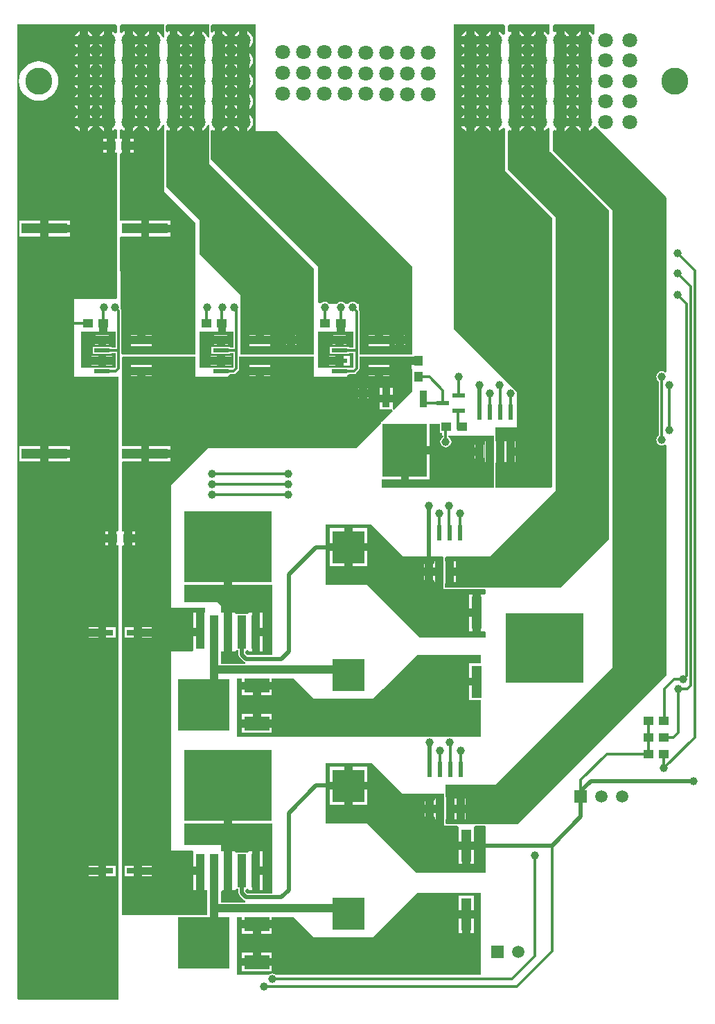
<source format=gtl>
G04 Layer_Physical_Order=1*
G04 Layer_Color=255*
%FSLAX44Y44*%
%MOMM*%
G71*
G01*
G75*
%ADD10R,1.1400X1.2000*%
%ADD11O,1.9500X0.5500*%
%ADD12R,1.9500X0.5500*%
%ADD13R,0.9500X2.1000*%
%ADD14R,5.5000X6.5000*%
%ADD15R,1.3000X3.9000*%
%ADD16R,2.7000X0.7000*%
%ADD17R,5.6000X1.3000*%
%ADD18R,1.2000X1.1400*%
%ADD19R,6.3000X6.3000*%
%ADD20R,3.1000X1.7000*%
%ADD21O,0.5500X1.9500*%
%ADD22R,0.5500X1.9500*%
%ADD23R,4.0000X4.0000*%
%ADD24R,1.5000X0.6000*%
%ADD25R,1.1000X4.1000*%
%ADD26R,10.7000X8.7000*%
%ADD27C,1.5000*%
%ADD28C,1.0000*%
%ADD29C,0.5000*%
%ADD30C,0.3000*%
%ADD31R,9.5000X8.5000*%
%ADD32R,17.5000X2.7000*%
%ADD33C,1.8000*%
%ADD34C,3.3000*%
%ADD35R,1.5000X1.5000*%
%ADD36C,1.5000*%
%ADD37C,2.0000*%
%ADD38C,1.0000*%
G36*
X223000Y1190000D02*
Y1174435D01*
X221041Y1174133D01*
X219832Y1177052D01*
X217908Y1179559D01*
X215402Y1181482D01*
X214350Y1181918D01*
Y1171000D01*
X209350D01*
Y1166000D01*
X198432D01*
X198868Y1164948D01*
X200791Y1162442D01*
X203298Y1160518D01*
X205662Y1159539D01*
Y1157461D01*
X203298Y1156482D01*
X200791Y1154559D01*
X198868Y1152052D01*
X198432Y1151000D01*
X209350D01*
Y1141000D01*
X198432D01*
X198868Y1139948D01*
X200791Y1137442D01*
X203298Y1135518D01*
X205662Y1134539D01*
Y1132461D01*
X203298Y1131482D01*
X200791Y1129559D01*
X198868Y1127052D01*
X198432Y1126000D01*
X209350D01*
Y1116000D01*
X198432D01*
X198868Y1114948D01*
X200791Y1112442D01*
X203298Y1110518D01*
X205662Y1109539D01*
Y1107461D01*
X203298Y1106482D01*
X200791Y1104559D01*
X198868Y1102052D01*
X198432Y1101000D01*
X209350D01*
Y1091000D01*
X198432D01*
X198868Y1089948D01*
X200791Y1087442D01*
X203298Y1085518D01*
X205662Y1084539D01*
Y1082461D01*
X203298Y1081482D01*
X200791Y1079559D01*
X198868Y1077052D01*
X198432Y1076000D01*
X209350D01*
Y1071000D01*
X214350D01*
Y1060082D01*
X215402Y1060518D01*
X217908Y1062442D01*
X219832Y1064948D01*
X221041Y1067868D01*
X223000Y1067565D01*
Y1060000D01*
Y986000D01*
X261000Y948000D01*
X261000Y787000D01*
X209164Y787000D01*
X208864Y787300D01*
X182250D01*
Y787000D01*
X171728Y787000D01*
X170314Y788414D01*
Y841000D01*
X170062Y842268D01*
X169514Y843088D01*
X169576Y843238D01*
X169808Y845000D01*
X169576Y846762D01*
X169120Y847865D01*
X169064Y930085D01*
X170478Y931500D01*
X194500D01*
Y941000D01*
Y950500D01*
X169050D01*
X168995Y1031885D01*
X170408Y1033300D01*
X171500D01*
Y1042000D01*
Y1050700D01*
X168982D01*
X168974Y1061824D01*
X169487Y1061998D01*
X170974Y1062302D01*
X173298Y1060518D01*
X174350Y1060082D01*
Y1071000D01*
X179350D01*
Y1076000D01*
X190268D01*
X189832Y1077052D01*
X187908Y1079559D01*
X185402Y1081482D01*
X183038Y1082461D01*
Y1084539D01*
X185402Y1085518D01*
X187908Y1087442D01*
X189832Y1089948D01*
X190268Y1091000D01*
X179350D01*
Y1101000D01*
X190268D01*
X189832Y1102052D01*
X187908Y1104559D01*
X185402Y1106482D01*
X183038Y1107461D01*
Y1109539D01*
X185402Y1110518D01*
X187908Y1112442D01*
X189832Y1114948D01*
X190268Y1116000D01*
X179350D01*
Y1126000D01*
X190268D01*
X189832Y1127052D01*
X187908Y1129559D01*
X185402Y1131482D01*
X183038Y1132461D01*
Y1134539D01*
X185402Y1135518D01*
X187908Y1137442D01*
X189832Y1139948D01*
X190268Y1141000D01*
X179350D01*
Y1151000D01*
X190268D01*
X189832Y1152052D01*
X187908Y1154559D01*
X185402Y1156482D01*
X183038Y1157461D01*
Y1159539D01*
X185402Y1160518D01*
X187908Y1162442D01*
X189832Y1164948D01*
X190268Y1166000D01*
X179350D01*
Y1171000D01*
X174350D01*
Y1181918D01*
X173298Y1181482D01*
X170894Y1179637D01*
X170207Y1179751D01*
X168894Y1180196D01*
X168888Y1188586D01*
X170302Y1190000D01*
X223000Y1190000D01*
D02*
G37*
G36*
X559750Y703000D02*
Y691550D01*
X562000D01*
Y688000D01*
X563686D01*
Y686934D01*
X563596Y686896D01*
X562186Y685814D01*
X561104Y684404D01*
X560424Y682762D01*
X560192Y681000D01*
X560424Y679238D01*
X561104Y677596D01*
X562186Y676186D01*
X563596Y675104D01*
X565238Y674424D01*
X567000Y674192D01*
X568762Y674424D01*
X570404Y675104D01*
X571814Y676186D01*
X572896Y677596D01*
X573576Y679238D01*
X573808Y681000D01*
X573576Y682762D01*
X572896Y684404D01*
X571814Y685814D01*
X570404Y686896D01*
X570314Y686934D01*
Y688000D01*
X626000Y688000D01*
Y681750D01*
X626000Y681750D01*
X625700D01*
Y669000D01*
Y656250D01*
X626000D01*
Y625000D01*
X626000Y625000D01*
X489000Y625000D01*
Y635000D01*
X489000D01*
D01*
D01*
Y635000D01*
X512000D01*
Y670500D01*
X517000D01*
Y675500D01*
X547500D01*
Y703000D01*
X559750D01*
X559750D01*
D02*
G37*
G36*
X514000Y251000D02*
X565000Y251000D01*
Y247164D01*
X564700Y246864D01*
Y233000D01*
Y220250D01*
X565000D01*
Y212000D01*
X581293D01*
X582500Y210000D01*
Y193000D01*
X601500D01*
Y210000D01*
X601500Y210500D01*
X602707Y212000D01*
X614586D01*
X616000Y210586D01*
X616000Y155000D01*
X531000Y155000D01*
X471000Y215000D01*
X419750Y215000D01*
X419750Y289000D01*
X476000Y289000D01*
X514000Y251000D01*
D02*
G37*
G36*
X610000Y130000D02*
Y30898D01*
X609102Y30000D01*
X359572Y30000D01*
X358404Y30896D01*
X356762Y31576D01*
X355000Y31808D01*
X353238Y31576D01*
X351596Y30896D01*
X350428Y30000D01*
X312000D01*
Y101000D01*
X317500D01*
Y97000D01*
X354500D01*
Y101000D01*
X381000D01*
X406000Y76000D01*
X478000D01*
X490000Y88000D01*
X532000Y130000D01*
X610000Y130000D01*
D02*
G37*
G36*
X306000Y215000D02*
X355000D01*
Y129333D01*
X324795D01*
X322333Y131795D01*
Y133836D01*
X323748Y135250D01*
X325018Y135250D01*
X326500Y134000D01*
X326732Y134000D01*
X330000D01*
Y157500D01*
Y181000D01*
X326500D01*
X325018Y179750D01*
X324500Y179750D01*
X310982Y179750D01*
X309500Y181000D01*
X309268Y181000D01*
X306000D01*
Y157500D01*
Y134000D01*
X309500D01*
X310982Y135250D01*
X311500Y135250D01*
X313667D01*
Y130000D01*
X313997Y128342D01*
X314936Y126936D01*
X319936Y121936D01*
X321342Y120997D01*
X322288Y120808D01*
X322091Y118808D01*
X292000D01*
Y132207D01*
X294000Y134000D01*
X296000D01*
Y157500D01*
Y181000D01*
X294000D01*
X292500Y181000D01*
X292000Y182793D01*
Y188500D01*
X248414D01*
X247000Y189914D01*
Y215000D01*
X296000D01*
Y261500D01*
X306000D01*
Y215000D01*
D02*
G37*
G36*
X278000Y1190000D02*
Y1174435D01*
X276041Y1174133D01*
X274832Y1177052D01*
X272908Y1179559D01*
X270402Y1181482D01*
X269350Y1181918D01*
Y1171000D01*
X264350D01*
Y1166000D01*
X253432D01*
X253868Y1164948D01*
X255791Y1162442D01*
X258298Y1160518D01*
X260662Y1159539D01*
Y1157461D01*
X258298Y1156482D01*
X255791Y1154559D01*
X253868Y1152052D01*
X253432Y1151000D01*
X264350D01*
Y1141000D01*
X253432D01*
X253868Y1139948D01*
X255791Y1137442D01*
X258298Y1135518D01*
X260662Y1134539D01*
Y1132461D01*
X258298Y1131482D01*
X255791Y1129559D01*
X253868Y1127052D01*
X253432Y1126000D01*
X264350D01*
Y1116000D01*
X253432D01*
X253868Y1114948D01*
X255791Y1112442D01*
X258298Y1110518D01*
X260662Y1109539D01*
Y1107461D01*
X258298Y1106482D01*
X255791Y1104559D01*
X253868Y1102052D01*
X253432Y1101000D01*
X264350D01*
Y1091000D01*
X253432D01*
X253868Y1089948D01*
X255791Y1087442D01*
X258298Y1085518D01*
X260662Y1084539D01*
Y1082461D01*
X258298Y1081482D01*
X255791Y1079559D01*
X253868Y1077052D01*
X253432Y1076000D01*
X264350D01*
Y1071000D01*
X269350D01*
Y1060082D01*
X270402Y1060518D01*
X272908Y1062442D01*
X274832Y1064948D01*
X276041Y1067868D01*
X278000Y1067565D01*
Y1020000D01*
X406000Y892000D01*
X406000Y788414D01*
X404586Y787000D01*
X354164D01*
X353864Y787300D01*
X327250D01*
Y787000D01*
X316000D01*
X316000Y859750D01*
X266000Y909750D01*
X266000Y951000D01*
X225041Y991959D01*
X224994Y1060533D01*
X226994Y1061519D01*
X228298Y1060518D01*
X229350Y1060082D01*
Y1071000D01*
X234350D01*
Y1076000D01*
X245268D01*
X244832Y1077052D01*
X242908Y1079559D01*
X240402Y1081482D01*
X238038Y1082461D01*
Y1084539D01*
X240402Y1085518D01*
X242908Y1087442D01*
X244832Y1089948D01*
X245268Y1091000D01*
X234350D01*
Y1101000D01*
X245268D01*
X244832Y1102052D01*
X242908Y1104559D01*
X240402Y1106482D01*
X238038Y1107461D01*
Y1109539D01*
X240402Y1110518D01*
X242908Y1112442D01*
X244832Y1114948D01*
X245268Y1116000D01*
X234350D01*
Y1126000D01*
X245268D01*
X244832Y1127052D01*
X242908Y1129559D01*
X240402Y1131482D01*
X238038Y1132461D01*
Y1134539D01*
X240402Y1135518D01*
X242908Y1137442D01*
X244832Y1139948D01*
X245268Y1141000D01*
X234350D01*
Y1151000D01*
X245268D01*
X244832Y1152052D01*
X242908Y1154559D01*
X240402Y1156482D01*
X238038Y1157461D01*
Y1159539D01*
X240402Y1160518D01*
X242908Y1162442D01*
X244832Y1164948D01*
X245268Y1166000D01*
X234350D01*
Y1171000D01*
X229350D01*
Y1181918D01*
X228298Y1181482D01*
X226913Y1180419D01*
X224912Y1181405D01*
X224907Y1188585D01*
X226321Y1190000D01*
X278000Y1190000D01*
D02*
G37*
G36*
X153500Y815000D02*
X163686D01*
Y795614D01*
X158500D01*
Y796800D01*
X135500D01*
Y787800D01*
X158500D01*
Y788986D01*
X163686D01*
Y771373D01*
X163314Y771000D01*
X158500D01*
Y771400D01*
X135500D01*
Y771000D01*
X121000D01*
Y815000D01*
X143500D01*
Y825000D01*
X153500D01*
Y815000D01*
D02*
G37*
G36*
X515000Y541250D02*
X562586D01*
X564000Y539836D01*
Y534750D01*
X563700D01*
Y522000D01*
Y508136D01*
X564000Y507836D01*
Y501000D01*
X614586Y501000D01*
X616000Y499586D01*
Y495707D01*
X614000Y494500D01*
X610000D01*
Y472000D01*
Y449500D01*
X614000D01*
X614500Y449500D01*
X616000Y448293D01*
Y442000D01*
X535250Y442000D01*
X471000Y506250D01*
X419750Y506250D01*
X419750Y580250D01*
X476000Y580250D01*
X515000Y541250D01*
D02*
G37*
G36*
X610000Y421000D02*
Y410500D01*
X595500D01*
Y393000D01*
X605000D01*
Y383000D01*
X595500D01*
Y365500D01*
X610000D01*
Y321898D01*
X609102Y321000D01*
X312000Y321000D01*
Y392000D01*
X317500D01*
Y388000D01*
X354500D01*
Y392000D01*
X381000D01*
X406000Y367000D01*
X478000D01*
X490000Y379000D01*
X532000Y421000D01*
X610000Y421000D01*
D02*
G37*
G36*
X306000Y506000D02*
X355000D01*
Y420333D01*
X324795D01*
X322333Y422795D01*
Y424836D01*
X323748Y426250D01*
X325018Y426250D01*
X326500Y425000D01*
X326732Y425000D01*
X330000D01*
Y448500D01*
Y472000D01*
X326500D01*
X325018Y470750D01*
X324500Y470750D01*
X310982Y470750D01*
X309500Y472000D01*
X309268Y472000D01*
X306000D01*
Y448500D01*
Y425000D01*
X309500D01*
X310982Y426250D01*
X311500Y426250D01*
X313667D01*
Y421000D01*
X313997Y419342D01*
X314936Y417936D01*
X319936Y412936D01*
X321342Y411997D01*
X322288Y411808D01*
X322091Y409808D01*
X292000D01*
Y423207D01*
X292500Y425000D01*
X294000Y425000D01*
X296000D01*
Y448500D01*
Y472000D01*
X294000D01*
X292500Y472000D01*
X292000Y473793D01*
Y480750D01*
X288000Y485000D01*
X247000D01*
Y506000D01*
X296000D01*
Y552500D01*
X306000D01*
Y506000D01*
D02*
G37*
G36*
X298500Y815000D02*
X307686D01*
Y795614D01*
X303500D01*
Y796800D01*
X280500D01*
Y787800D01*
X303500D01*
Y788986D01*
X307686D01*
Y771373D01*
X307314Y771000D01*
X303500D01*
Y771400D01*
X280500D01*
Y771000D01*
X266000D01*
Y815000D01*
X288500D01*
Y825000D01*
X298500D01*
Y815000D01*
D02*
G37*
G36*
X443500D02*
X454000D01*
Y795614D01*
X448500D01*
Y796800D01*
X425500D01*
Y787800D01*
X448500D01*
Y788986D01*
X454000D01*
Y771000D01*
X448500D01*
Y771400D01*
X425500D01*
Y771000D01*
X411000D01*
Y815000D01*
X433500D01*
Y825000D01*
X443500D01*
Y815000D01*
D02*
G37*
G36*
X335000Y1060000D02*
X361000Y1060000D01*
X526000Y895000D01*
Y787000D01*
X499164D01*
X498864Y787300D01*
X472250D01*
Y787000D01*
X461314D01*
Y840000D01*
X461062Y841268D01*
X461000Y841360D01*
Y849000D01*
X458439D01*
X457814Y849814D01*
X456404Y850896D01*
X454762Y851576D01*
X453000Y851808D01*
X451238Y851576D01*
X449596Y850896D01*
X448186Y849814D01*
X447561Y849000D01*
X444439D01*
X443814Y849814D01*
X442404Y850896D01*
X440762Y851576D01*
X439000Y851808D01*
X437238Y851576D01*
X435596Y850896D01*
X434186Y849814D01*
X433561Y849000D01*
X424439D01*
X423814Y849814D01*
X422404Y850896D01*
X420762Y851576D01*
X419000Y851808D01*
X417238Y851576D01*
X415596Y850896D01*
X414186Y849814D01*
X414115Y849722D01*
X412683Y849649D01*
X411000Y851265D01*
X411000Y895000D01*
X279958Y1026042D01*
X279935Y1060578D01*
X281934Y1061565D01*
X283298Y1060518D01*
X284350Y1060082D01*
Y1071000D01*
X289350D01*
Y1076000D01*
X300268D01*
X299832Y1077052D01*
X297908Y1079559D01*
X295402Y1081482D01*
X293038Y1082461D01*
Y1084539D01*
X295402Y1085518D01*
X297908Y1087442D01*
X299832Y1089948D01*
X300268Y1091000D01*
X289350D01*
Y1101000D01*
X300268D01*
X299832Y1102052D01*
X297908Y1104559D01*
X295402Y1106482D01*
X293038Y1107461D01*
Y1109539D01*
X295402Y1110518D01*
X297908Y1112442D01*
X299832Y1114948D01*
X300268Y1116000D01*
X289350D01*
Y1126000D01*
X300268D01*
X299832Y1127052D01*
X297908Y1129559D01*
X295402Y1131482D01*
X293038Y1132461D01*
Y1134539D01*
X295402Y1135518D01*
X297908Y1137442D01*
X299832Y1139948D01*
X300268Y1141000D01*
X289350D01*
Y1151000D01*
X300268D01*
X299832Y1152052D01*
X297908Y1154559D01*
X295402Y1156482D01*
X293038Y1157461D01*
Y1159539D01*
X295402Y1160518D01*
X297908Y1162442D01*
X299832Y1164948D01*
X300268Y1166000D01*
X289350D01*
Y1171000D01*
X284350D01*
Y1181918D01*
X283298Y1181482D01*
X281854Y1180374D01*
X279853Y1181359D01*
X279848Y1188585D01*
X281262Y1190000D01*
X335000D01*
Y1060000D01*
D02*
G37*
G36*
X639000Y1188586D02*
Y1178294D01*
X637000Y1177615D01*
X635508Y1179559D01*
X633002Y1181482D01*
X631950Y1181918D01*
Y1171000D01*
X626950D01*
Y1166000D01*
X616032D01*
X616468Y1164948D01*
X618391Y1162442D01*
X620898Y1160518D01*
X623262Y1159539D01*
Y1157461D01*
X620898Y1156482D01*
X618391Y1154559D01*
X616468Y1152052D01*
X616032Y1151000D01*
X626950D01*
Y1141000D01*
X616032D01*
X616468Y1139948D01*
X618391Y1137442D01*
X620898Y1135518D01*
X623262Y1134539D01*
Y1132461D01*
X620898Y1131482D01*
X618391Y1129559D01*
X616468Y1127052D01*
X616032Y1126000D01*
X626950D01*
Y1116000D01*
X616032D01*
X616468Y1114948D01*
X618391Y1112442D01*
X620898Y1110518D01*
X623262Y1109539D01*
Y1107461D01*
X620898Y1106482D01*
X618391Y1104559D01*
X616468Y1102052D01*
X616032Y1101000D01*
X626950D01*
Y1091000D01*
X616032D01*
X616468Y1089948D01*
X618391Y1087442D01*
X620898Y1085518D01*
X623262Y1084539D01*
Y1082461D01*
X620898Y1081482D01*
X618391Y1079559D01*
X616468Y1077052D01*
X616032Y1076000D01*
X626950D01*
Y1071000D01*
X631950D01*
Y1060082D01*
X633002Y1060518D01*
X635508Y1062442D01*
X637000Y1064385D01*
X639000Y1063706D01*
Y1012000D01*
X697000Y954000D01*
X697000Y796000D01*
X697000Y626414D01*
X695586Y625000D01*
X627784Y625000D01*
X627784Y625000D01*
Y654836D01*
X628400Y655452D01*
Y669000D01*
Y681750D01*
X627784D01*
X627784Y681750D01*
Y688000D01*
X627649Y688683D01*
X627500Y688905D01*
Y698750D01*
X654186D01*
Y741814D01*
X577000Y819000D01*
X577000Y1190000D01*
X637586Y1190000D01*
X639000Y1188586D01*
D02*
G37*
G36*
X749000Y1190000D02*
Y1178294D01*
X747000Y1177615D01*
X745508Y1179559D01*
X743002Y1181482D01*
X741950Y1181918D01*
Y1171000D01*
X736950D01*
Y1166000D01*
X726032D01*
X726468Y1164948D01*
X728391Y1162442D01*
X730898Y1160518D01*
X733262Y1159539D01*
Y1157461D01*
X730898Y1156482D01*
X728391Y1154559D01*
X726468Y1152052D01*
X726032Y1151000D01*
X736950D01*
Y1141000D01*
X726032D01*
X726468Y1139948D01*
X728391Y1137442D01*
X730898Y1135518D01*
X733262Y1134539D01*
Y1132461D01*
X730898Y1131482D01*
X728391Y1129559D01*
X726468Y1127052D01*
X726032Y1126000D01*
X736950D01*
Y1116000D01*
X726032D01*
X726468Y1114948D01*
X728391Y1112442D01*
X730898Y1110518D01*
X733262Y1109539D01*
Y1107461D01*
X730898Y1106482D01*
X728391Y1104559D01*
X726468Y1102052D01*
X726032Y1101000D01*
X736950D01*
Y1091000D01*
X726032D01*
X726468Y1089948D01*
X728391Y1087442D01*
X730898Y1085518D01*
X733262Y1084539D01*
Y1082461D01*
X730898Y1081482D01*
X728391Y1079559D01*
X726468Y1077052D01*
X726032Y1076000D01*
X736950D01*
Y1071000D01*
X741950D01*
Y1060082D01*
X743002Y1060518D01*
X745508Y1062442D01*
X747432Y1064948D01*
X747664Y1065508D01*
X750023Y1065977D01*
X837000Y979000D01*
Y766425D01*
X835000Y765439D01*
X834404Y765896D01*
X832762Y766576D01*
X831000Y766808D01*
X829238Y766576D01*
X827596Y765896D01*
X826186Y764814D01*
X825104Y763404D01*
X824424Y761762D01*
X824192Y760000D01*
X824424Y758238D01*
X825104Y756596D01*
X826186Y755186D01*
X827596Y754104D01*
X827686Y754066D01*
Y688934D01*
X827596Y688896D01*
X826186Y687814D01*
X825104Y686404D01*
X824424Y684762D01*
X824192Y683000D01*
X824424Y681238D01*
X825104Y679596D01*
X826186Y678186D01*
X827596Y677104D01*
X829238Y676424D01*
X831000Y676192D01*
X832762Y676424D01*
X834404Y677104D01*
X835000Y677561D01*
X837000Y676575D01*
Y396000D01*
X655000Y214000D01*
X568414Y214000D01*
X567000Y215414D01*
Y220250D01*
X567400D01*
Y233000D01*
Y246764D01*
X567000Y247164D01*
X567000Y262270D01*
X628000D01*
X771000Y405270D01*
X771000Y963000D01*
X698000Y1036000D01*
Y1060221D01*
X700000Y1061207D01*
X700898Y1060518D01*
X701950Y1060082D01*
Y1071000D01*
X706950D01*
Y1076000D01*
X717868D01*
X717432Y1077052D01*
X715508Y1079559D01*
X713002Y1081482D01*
X710638Y1082461D01*
Y1084539D01*
X713002Y1085518D01*
X715508Y1087442D01*
X717432Y1089948D01*
X717868Y1091000D01*
X706950D01*
Y1101000D01*
X717868D01*
X717432Y1102052D01*
X715508Y1104559D01*
X713002Y1106482D01*
X710638Y1107461D01*
Y1109539D01*
X713002Y1110518D01*
X715508Y1112442D01*
X717432Y1114948D01*
X717868Y1116000D01*
X706950D01*
Y1126000D01*
X717868D01*
X717432Y1127052D01*
X715508Y1129559D01*
X713002Y1131482D01*
X710638Y1132461D01*
Y1134539D01*
X713002Y1135518D01*
X715508Y1137442D01*
X717432Y1139948D01*
X717868Y1141000D01*
X706950D01*
Y1151000D01*
X717868D01*
X717432Y1152052D01*
X715508Y1154559D01*
X713002Y1156482D01*
X710638Y1157461D01*
Y1159539D01*
X713002Y1160518D01*
X715508Y1162442D01*
X717432Y1164948D01*
X717868Y1166000D01*
X706950D01*
Y1171000D01*
X701950D01*
Y1181918D01*
X700898Y1181482D01*
X700000Y1180793D01*
X698000Y1181779D01*
Y1188586D01*
X699414Y1190000D01*
X749000Y1190000D01*
D02*
G37*
G36*
X180836Y785001D02*
X181237Y784600D01*
X208764D01*
X209164Y785001D01*
X261000Y785001D01*
X261000Y760000D01*
X301000Y760000D01*
Y760986D01*
X302414Y762400D01*
X303500D01*
Y763586D01*
X307900D01*
X309168Y763839D01*
X310243Y764557D01*
X313343Y767657D01*
X314062Y768732D01*
X314314Y770000D01*
Y785000D01*
X325836D01*
X326236Y784600D01*
X352750D01*
Y785000D01*
X406000Y785000D01*
X406000Y760000D01*
X446000Y760000D01*
Y760986D01*
X447414Y762400D01*
X448500D01*
Y763586D01*
X454900D01*
X456168Y763839D01*
X457243Y764557D01*
X460343Y767657D01*
X461062Y768732D01*
X461314Y770000D01*
Y785000D01*
X470836Y785000D01*
X471236Y784600D01*
X497750D01*
Y785000D01*
X523886Y785001D01*
X524386Y784500D01*
X534000D01*
Y774500D01*
X525300D01*
Y770500D01*
X525300D01*
X526000Y769800D01*
X526000Y742000D01*
X503915Y719915D01*
X501950Y720779D01*
X501950Y721678D01*
Y728500D01*
X486450D01*
Y720000D01*
X500137D01*
X501172Y720000D01*
X502036Y718036D01*
X488750Y704750D01*
X487750D01*
Y703750D01*
X457000Y673000D01*
X276000D01*
X230927Y627927D01*
X230927Y478000D01*
X273000Y478000D01*
Y473414D01*
X272000Y472414D01*
Y448500D01*
X267000D01*
Y443500D01*
X258500D01*
Y427000D01*
X256500Y425000D01*
X230927Y425000D01*
X230927Y182000D01*
X256914D01*
X258500Y181000D01*
Y162500D01*
X267000D01*
Y157500D01*
X272000D01*
Y134000D01*
X275000D01*
Y103000D01*
X171000D01*
X171000Y552886D01*
X172414Y554300D01*
X173500D01*
Y563000D01*
Y571700D01*
X171000D01*
X171000Y655086D01*
X172414Y656500D01*
X194500D01*
Y666000D01*
Y675500D01*
X171000D01*
Y783587D01*
X172414Y785001D01*
X180836D01*
D02*
G37*
G36*
X165000Y1188586D02*
Y1180118D01*
X163000Y1179439D01*
X162908Y1179559D01*
X160402Y1181482D01*
X159350Y1181918D01*
Y1171000D01*
X154350D01*
Y1166000D01*
X143432D01*
X143868Y1164948D01*
X145792Y1162442D01*
X148298Y1160518D01*
X150662Y1159539D01*
Y1157461D01*
X148298Y1156482D01*
X145792Y1154559D01*
X143868Y1152052D01*
X143432Y1151000D01*
X154350D01*
Y1141000D01*
X143432D01*
X143868Y1139948D01*
X145792Y1137442D01*
X148298Y1135518D01*
X150662Y1134539D01*
Y1132461D01*
X148298Y1131482D01*
X145792Y1129559D01*
X143868Y1127052D01*
X143432Y1126000D01*
X154350D01*
Y1116000D01*
X143432D01*
X143868Y1114948D01*
X145792Y1112442D01*
X148298Y1110518D01*
X150662Y1109539D01*
Y1107461D01*
X148298Y1106482D01*
X145792Y1104559D01*
X143868Y1102052D01*
X143432Y1101000D01*
X154350D01*
Y1091000D01*
X143432D01*
X143868Y1089948D01*
X145792Y1087442D01*
X148298Y1085518D01*
X150662Y1084539D01*
Y1082461D01*
X148298Y1081482D01*
X145792Y1079559D01*
X143868Y1077052D01*
X143432Y1076000D01*
X154350D01*
Y1071000D01*
X159350D01*
Y1060082D01*
X160402Y1060518D01*
X162908Y1062442D01*
X163000Y1062561D01*
X165000Y1061882D01*
Y1050700D01*
X162500D01*
Y1042000D01*
Y1033300D01*
X165000D01*
Y856414D01*
X163586Y855000D01*
X113000Y855000D01*
Y760000D01*
X167000Y760000D01*
Y573114D01*
X165586Y571700D01*
X164500D01*
Y563000D01*
Y554300D01*
X167000D01*
X167000Y0D01*
X44414Y0D01*
X43000Y1414D01*
X43000Y1190000D01*
X163586Y1190000D01*
X165000Y1188586D01*
D02*
G37*
G36*
X694000Y1190000D02*
Y1178294D01*
X692000Y1177615D01*
X690508Y1179559D01*
X688002Y1181482D01*
X686950Y1181918D01*
Y1171000D01*
X681950D01*
Y1166000D01*
X671032D01*
X671468Y1164948D01*
X673391Y1162442D01*
X675898Y1160518D01*
X678262Y1159539D01*
Y1157461D01*
X675898Y1156482D01*
X673391Y1154559D01*
X671468Y1152052D01*
X671032Y1151000D01*
X681950D01*
Y1141000D01*
X671032D01*
X671468Y1139948D01*
X673391Y1137442D01*
X675898Y1135518D01*
X678262Y1134539D01*
Y1132461D01*
X675898Y1131482D01*
X673391Y1129559D01*
X671468Y1127052D01*
X671032Y1126000D01*
X681950D01*
Y1116000D01*
X671032D01*
X671468Y1114948D01*
X673391Y1112442D01*
X675898Y1110518D01*
X678262Y1109539D01*
Y1107461D01*
X675898Y1106482D01*
X673391Y1104559D01*
X671468Y1102052D01*
X671032Y1101000D01*
X681950D01*
Y1091000D01*
X671032D01*
X671468Y1089948D01*
X673391Y1087442D01*
X675898Y1085518D01*
X678262Y1084539D01*
Y1082461D01*
X675898Y1081482D01*
X673391Y1079559D01*
X671468Y1077052D01*
X671032Y1076000D01*
X681950D01*
Y1071000D01*
X686950D01*
Y1060082D01*
X688002Y1060518D01*
X690508Y1062442D01*
X692000Y1064385D01*
X694000Y1063706D01*
Y1035000D01*
X766000Y963000D01*
X766000Y562000D01*
X707000Y503000D01*
X566000D01*
Y507836D01*
X566400Y508236D01*
Y522000D01*
Y534750D01*
X566000D01*
Y539586D01*
X567414Y541000D01*
X621000Y541000D01*
X701000Y621000D01*
X701000Y796000D01*
X701000Y955000D01*
X643000Y1013000D01*
Y1060221D01*
X645000Y1061207D01*
X645898Y1060518D01*
X646950Y1060082D01*
Y1071000D01*
X651950D01*
Y1076000D01*
X662868D01*
X662432Y1077052D01*
X660508Y1079559D01*
X658002Y1081482D01*
X655638Y1082461D01*
Y1084539D01*
X658002Y1085518D01*
X660508Y1087442D01*
X662432Y1089948D01*
X662868Y1091000D01*
X651950D01*
Y1101000D01*
X662868D01*
X662432Y1102052D01*
X660508Y1104559D01*
X658002Y1106482D01*
X655638Y1107461D01*
Y1109539D01*
X658002Y1110518D01*
X660508Y1112442D01*
X662432Y1114948D01*
X662868Y1116000D01*
X651950D01*
Y1126000D01*
X662868D01*
X662432Y1127052D01*
X660508Y1129559D01*
X658002Y1131482D01*
X655638Y1132461D01*
Y1134539D01*
X658002Y1135518D01*
X660508Y1137442D01*
X662432Y1139948D01*
X662868Y1141000D01*
X651950D01*
Y1151000D01*
X662868D01*
X662432Y1152052D01*
X660508Y1154559D01*
X658002Y1156482D01*
X655638Y1157461D01*
Y1159539D01*
X658002Y1160518D01*
X660508Y1162442D01*
X662432Y1164948D01*
X662868Y1166000D01*
X651950D01*
Y1171000D01*
X646950D01*
Y1181918D01*
X645898Y1181482D01*
X645000Y1180793D01*
X643000Y1181779D01*
Y1188586D01*
X644414Y1190000D01*
X694000Y1190000D01*
D02*
G37*
%LPC*%
G36*
X541000Y531867D02*
X540584Y531244D01*
X540137Y529000D01*
Y527000D01*
X541000D01*
Y531867D01*
D02*
G37*
G36*
X589850Y517000D02*
X589100D01*
Y509250D01*
X589850D01*
Y517000D01*
D02*
G37*
G36*
X553700Y534750D02*
X552950D01*
Y532548D01*
X551000Y531957D01*
Y522000D01*
Y512043D01*
X552950Y511452D01*
Y509250D01*
X553700D01*
Y522000D01*
Y534750D01*
D02*
G37*
G36*
X541000Y517000D02*
X540137D01*
Y515000D01*
X540584Y512757D01*
X541000Y512133D01*
Y517000D01*
D02*
G37*
G36*
X589100Y534750D02*
Y527000D01*
X589850D01*
Y534750D01*
X589100D01*
D02*
G37*
G36*
X154500Y558000D02*
X150500D01*
Y554300D01*
X154500D01*
Y558000D01*
D02*
G37*
G36*
X187500D02*
X183500D01*
Y554300D01*
X187500D01*
Y558000D01*
D02*
G37*
G36*
X443000Y547250D02*
X425000D01*
Y529250D01*
X443000D01*
Y547250D01*
D02*
G37*
G36*
X471000D02*
X453000D01*
Y529250D01*
X471000D01*
Y547250D01*
D02*
G37*
G36*
X600000Y467000D02*
X595500D01*
Y449500D01*
X600000D01*
Y467000D01*
D02*
G37*
G36*
X142000Y454500D02*
X130500D01*
Y453000D01*
X142000D01*
Y454500D01*
D02*
G37*
G36*
X207500Y443000D02*
X196000D01*
Y441500D01*
X207500D01*
Y443000D01*
D02*
G37*
G36*
X163500Y454500D02*
X152000D01*
Y448000D01*
Y441500D01*
X163500D01*
Y454500D01*
D02*
G37*
G36*
X186000D02*
X174500D01*
Y441500D01*
X186000D01*
Y448000D01*
Y454500D01*
D02*
G37*
G36*
X600000Y494500D02*
X595500D01*
Y477000D01*
X600000D01*
Y494500D01*
D02*
G37*
G36*
X577150Y534750D02*
X576400Y534750D01*
Y522000D01*
Y509250D01*
X578350Y509250D01*
X579100Y509250D01*
Y522000D01*
Y534750D01*
X577150Y534750D01*
D02*
G37*
G36*
X340000Y472000D02*
Y453500D01*
X343500D01*
Y472000D01*
X340000D01*
D02*
G37*
G36*
X207500Y454500D02*
X196000D01*
Y453000D01*
X207500D01*
Y454500D01*
D02*
G37*
G36*
X262000Y472000D02*
X258500D01*
Y453500D01*
X262000D01*
Y472000D01*
D02*
G37*
G36*
X651100Y681750D02*
Y674000D01*
X651850D01*
Y681750D01*
X651100D01*
D02*
G37*
G36*
X603000Y678867D02*
X602584Y678244D01*
X602137Y676000D01*
Y674000D01*
X603000D01*
Y678867D01*
D02*
G37*
G36*
X71500Y675500D02*
X45500D01*
Y656500D01*
X71500D01*
Y666000D01*
Y675500D01*
D02*
G37*
G36*
X615700Y681750D02*
X614950D01*
Y656250D01*
X615700D01*
Y669000D01*
Y681750D01*
D02*
G37*
G36*
X651850Y664000D02*
X651100D01*
Y656250D01*
X651850D01*
Y664000D01*
D02*
G37*
G36*
X107500Y661000D02*
X81500D01*
Y656500D01*
X107500D01*
Y661000D01*
D02*
G37*
G36*
Y675500D02*
X81500D01*
Y671000D01*
X107500D01*
Y675500D01*
D02*
G37*
G36*
X230500D02*
X204500D01*
Y671000D01*
X230500D01*
Y675500D01*
D02*
G37*
G36*
X613000Y678867D02*
Y669000D01*
Y659134D01*
X613416Y659757D01*
X613863Y662000D01*
Y676000D01*
X613416Y678244D01*
X613000Y678867D01*
D02*
G37*
G36*
X230500Y661000D02*
X204500D01*
Y656500D01*
X230500D01*
Y661000D01*
D02*
G37*
G36*
X603000Y664000D02*
X602137D01*
Y662000D01*
X602584Y659757D01*
X603000Y659134D01*
Y664000D01*
D02*
G37*
G36*
X187500Y571700D02*
X183500D01*
Y568000D01*
X187500D01*
Y571700D01*
D02*
G37*
G36*
X461000Y746247D02*
X460294Y745706D01*
X459753Y745000D01*
X461000D01*
Y746247D01*
D02*
G37*
G36*
X154500Y571700D02*
X150500D01*
Y568000D01*
X154500D01*
Y571700D01*
D02*
G37*
G36*
X443000Y575250D02*
X425000D01*
Y557250D01*
X443000D01*
Y575250D01*
D02*
G37*
G36*
X471000D02*
X453000D01*
Y557250D01*
X471000D01*
Y575250D01*
D02*
G37*
G36*
X501950Y747000D02*
X499200D01*
Y738500D01*
X501950D01*
Y747000D01*
D02*
G37*
G36*
X547500Y665500D02*
X522000D01*
Y635000D01*
X547500D01*
Y665500D01*
D02*
G37*
G36*
X639150Y681750D02*
X638400Y681750D01*
Y669000D01*
Y656250D01*
X640350Y656250D01*
X641100Y656250D01*
Y669000D01*
Y681750D01*
X639150Y681750D01*
D02*
G37*
G36*
X461000Y735000D02*
X459753D01*
X460294Y734295D01*
X461000Y733753D01*
Y735000D01*
D02*
G37*
G36*
X489200Y747000D02*
X486450D01*
Y738500D01*
X489200D01*
Y747000D01*
D02*
G37*
G36*
X472247Y735000D02*
X471000D01*
Y733753D01*
X471706Y734295D01*
X472247Y735000D01*
D02*
G37*
G36*
X142000Y443000D02*
X130500D01*
Y441500D01*
X142000D01*
Y443000D01*
D02*
G37*
G36*
X343500Y152500D02*
X340000D01*
Y134000D01*
X343500D01*
Y152500D01*
D02*
G37*
G36*
X142000Y152000D02*
X130500D01*
Y150500D01*
X142000D01*
Y152000D01*
D02*
G37*
G36*
X262000Y152500D02*
X258500D01*
Y134000D01*
X262000D01*
Y152500D01*
D02*
G37*
G36*
X601500Y99000D02*
X597000D01*
Y81500D01*
X601500D01*
Y99000D01*
D02*
G37*
G36*
Y126500D02*
X582500D01*
Y109000D01*
X601500D01*
Y126500D01*
D02*
G37*
G36*
X163500Y163500D02*
X152000D01*
Y157000D01*
Y150500D01*
X163500D01*
Y163500D01*
D02*
G37*
G36*
X207500D02*
X196000D01*
Y162000D01*
X207500D01*
Y163500D01*
D02*
G37*
G36*
X340000Y181000D02*
Y162500D01*
X343500D01*
Y181000D01*
X340000D01*
D02*
G37*
G36*
X142000Y163500D02*
X130500D01*
Y162000D01*
X142000D01*
Y163500D01*
D02*
G37*
G36*
X186000D02*
X174500D01*
Y150500D01*
X186000D01*
Y157000D01*
Y163500D01*
D02*
G37*
G36*
X207500Y152000D02*
X196000D01*
Y150500D01*
X207500D01*
Y152000D01*
D02*
G37*
G36*
X587000Y99000D02*
X582500D01*
Y81500D01*
X587000D01*
Y99000D01*
D02*
G37*
G36*
X377000Y58000D02*
X375444Y57356D01*
X372728Y55272D01*
X370645Y52556D01*
X370000Y51000D01*
X377000D01*
Y58000D01*
D02*
G37*
G36*
X437000D02*
Y51000D01*
X444000D01*
X443356Y52556D01*
X441272Y55272D01*
X438556Y57356D01*
X437000Y58000D01*
D02*
G37*
G36*
X354500Y57500D02*
X341000D01*
Y51000D01*
X354500D01*
Y57500D01*
D02*
G37*
G36*
Y41000D02*
X317500D01*
Y34500D01*
X354500D01*
Y41000D01*
D02*
G37*
G36*
X331000Y57500D02*
X317500D01*
Y51000D01*
X331000D01*
Y57500D01*
D02*
G37*
G36*
X477000Y58000D02*
X475444Y57356D01*
X472728Y55272D01*
X470645Y52556D01*
X470000Y51000D01*
X477000D01*
Y58000D01*
D02*
G37*
G36*
X331000Y87000D02*
X317500D01*
Y80500D01*
X331000D01*
Y87000D01*
D02*
G37*
G36*
X354500D02*
X341000D01*
Y80500D01*
X354500D01*
Y87000D01*
D02*
G37*
G36*
X527000Y58000D02*
X525444Y57356D01*
X522728Y55272D01*
X520645Y52556D01*
X520135Y51326D01*
X518865D01*
X518356Y52556D01*
X516272Y55272D01*
X513556Y57356D01*
X512000Y58000D01*
Y46000D01*
X502000D01*
Y58000D01*
X500444Y57356D01*
X497728Y55272D01*
X495645Y52556D01*
X495135Y51326D01*
X493865D01*
X493356Y52556D01*
X491272Y55272D01*
X488556Y57356D01*
X487000Y58000D01*
Y46000D01*
X482000D01*
Y41000D01*
X470000D01*
X470645Y39444D01*
X472728Y36728D01*
X475444Y34645D01*
X478606Y33335D01*
X482000Y32888D01*
X485394Y33335D01*
X488556Y34645D01*
X491272Y36728D01*
X493356Y39444D01*
X493865Y40674D01*
X495135D01*
X495645Y39444D01*
X497728Y36728D01*
X500444Y34645D01*
X503606Y33335D01*
X507000Y32888D01*
X510394Y33335D01*
X513556Y34645D01*
X516272Y36728D01*
X518356Y39444D01*
X518865Y40674D01*
X520135D01*
X520645Y39444D01*
X522728Y36728D01*
X525444Y34645D01*
X528606Y33335D01*
X532000Y32888D01*
X535394Y33335D01*
X538556Y34645D01*
X541272Y36728D01*
X543356Y39444D01*
X544000Y41000D01*
X532000D01*
Y46000D01*
X527000D01*
Y58000D01*
D02*
G37*
G36*
X537000D02*
Y51000D01*
X544000D01*
X543356Y52556D01*
X541272Y55272D01*
X538556Y57356D01*
X537000Y58000D01*
D02*
G37*
G36*
X427000D02*
X425444Y57356D01*
X422728Y55272D01*
X420645Y52556D01*
X420135Y51326D01*
X418865D01*
X418356Y52556D01*
X416272Y55272D01*
X413556Y57356D01*
X412000Y58000D01*
Y46000D01*
X402000D01*
Y58000D01*
X400444Y57356D01*
X397728Y55272D01*
X395645Y52556D01*
X395135Y51326D01*
X393865D01*
X393356Y52556D01*
X391272Y55272D01*
X388556Y57356D01*
X387000Y58000D01*
Y46000D01*
X382000D01*
Y41000D01*
X370000D01*
X370645Y39444D01*
X372728Y36728D01*
X375444Y34645D01*
X378606Y33335D01*
X382000Y32888D01*
X385394Y33335D01*
X388556Y34645D01*
X391272Y36728D01*
X393356Y39444D01*
X393865Y40674D01*
X395135D01*
X395645Y39444D01*
X397728Y36728D01*
X400444Y34645D01*
X403606Y33335D01*
X407000Y32888D01*
X410394Y33335D01*
X413556Y34645D01*
X416272Y36728D01*
X418356Y39444D01*
X418865Y40674D01*
X420135D01*
X420645Y39444D01*
X422728Y36728D01*
X425444Y34645D01*
X428606Y33335D01*
X432000Y32888D01*
X435394Y33335D01*
X438556Y34645D01*
X441272Y36728D01*
X443356Y39444D01*
X444000Y41000D01*
X432000D01*
Y46000D01*
X427000D01*
Y58000D01*
D02*
G37*
G36*
X587000Y183000D02*
X582500D01*
Y165500D01*
X587000D01*
Y183000D01*
D02*
G37*
G36*
X436000Y349000D02*
Y342000D01*
X443000D01*
X442356Y343556D01*
X440272Y346272D01*
X437556Y348356D01*
X436000Y349000D01*
D02*
G37*
G36*
X476000D02*
X474444Y348356D01*
X471728Y346272D01*
X469645Y343556D01*
X469000Y342000D01*
X476000D01*
Y349000D01*
D02*
G37*
G36*
X376000D02*
X374444Y348356D01*
X371728Y346272D01*
X369645Y343556D01*
X369000Y342000D01*
X376000D01*
Y349000D01*
D02*
G37*
G36*
X331000Y348500D02*
X317500D01*
Y342000D01*
X331000D01*
Y348500D01*
D02*
G37*
G36*
X354500D02*
X341000D01*
Y342000D01*
X354500D01*
Y348500D01*
D02*
G37*
G36*
X536000Y349000D02*
Y342000D01*
X543000D01*
X542356Y343556D01*
X540272Y346272D01*
X537556Y348356D01*
X536000Y349000D01*
D02*
G37*
G36*
X354500Y378000D02*
X341000D01*
Y371500D01*
X354500D01*
Y378000D01*
D02*
G37*
G36*
X343500Y443500D02*
X340000D01*
Y425000D01*
X343500D01*
Y443500D01*
D02*
G37*
G36*
X331000Y378000D02*
X317500D01*
Y371500D01*
X331000D01*
Y378000D01*
D02*
G37*
G36*
X426000Y349000D02*
X424444Y348356D01*
X421728Y346272D01*
X419645Y343556D01*
X419135Y342326D01*
X417865D01*
X417356Y343556D01*
X415272Y346272D01*
X412556Y348356D01*
X411000Y349000D01*
Y337000D01*
X401000D01*
Y349000D01*
X399444Y348356D01*
X396728Y346272D01*
X394645Y343556D01*
X394135Y342326D01*
X392865D01*
X392356Y343556D01*
X390272Y346272D01*
X387556Y348356D01*
X386000Y349000D01*
Y337000D01*
X381000D01*
Y332000D01*
X369000D01*
X369645Y330444D01*
X371728Y327728D01*
X374444Y325645D01*
X377607Y324335D01*
X381000Y323888D01*
X384394Y324335D01*
X387556Y325645D01*
X390272Y327728D01*
X392356Y330444D01*
X392865Y331674D01*
X394135D01*
X394645Y330444D01*
X396728Y327728D01*
X399444Y325645D01*
X402607Y324335D01*
X406000Y323888D01*
X409394Y324335D01*
X412556Y325645D01*
X415272Y327728D01*
X417356Y330444D01*
X417865Y331674D01*
X419135D01*
X419645Y330444D01*
X421728Y327728D01*
X424444Y325645D01*
X427607Y324335D01*
X431000Y323888D01*
X434394Y324335D01*
X437556Y325645D01*
X440272Y327728D01*
X442356Y330444D01*
X443000Y332000D01*
X431000D01*
Y337000D01*
X426000D01*
Y349000D01*
D02*
G37*
G36*
X526000D02*
X524444Y348356D01*
X521728Y346272D01*
X519645Y343556D01*
X519135Y342326D01*
X517865D01*
X517356Y343556D01*
X515272Y346272D01*
X512556Y348356D01*
X511000Y349000D01*
Y337000D01*
X501000D01*
Y349000D01*
X499444Y348356D01*
X496728Y346272D01*
X494645Y343556D01*
X494135Y342326D01*
X492865D01*
X492356Y343556D01*
X490272Y346272D01*
X487556Y348356D01*
X486000Y349000D01*
Y337000D01*
X481000D01*
Y332000D01*
X469000D01*
X469645Y330444D01*
X471728Y327728D01*
X474444Y325645D01*
X477607Y324335D01*
X481000Y323888D01*
X484394Y324335D01*
X487556Y325645D01*
X490272Y327728D01*
X492356Y330444D01*
X492865Y331674D01*
X494135D01*
X494645Y330444D01*
X496728Y327728D01*
X499444Y325645D01*
X502607Y324335D01*
X506000Y323888D01*
X509394Y324335D01*
X512556Y325645D01*
X515272Y327728D01*
X517356Y330444D01*
X517865Y331674D01*
X519135D01*
X519645Y330444D01*
X521728Y327728D01*
X524444Y325645D01*
X527607Y324335D01*
X531000Y323888D01*
X534394Y324335D01*
X537556Y325645D01*
X540272Y327728D01*
X542356Y330444D01*
X543000Y332000D01*
X531000D01*
Y337000D01*
X526000D01*
Y349000D01*
D02*
G37*
G36*
X354500Y332000D02*
X317500D01*
Y325500D01*
X354500D01*
Y332000D01*
D02*
G37*
G36*
X590850Y228000D02*
X590100D01*
Y220250D01*
X590850D01*
Y228000D01*
D02*
G37*
G36*
X542000D02*
X541138D01*
Y226000D01*
X541584Y223757D01*
X542000Y223133D01*
Y228000D01*
D02*
G37*
G36*
X554700Y245750D02*
X553950D01*
Y243548D01*
X552000Y242957D01*
Y233000D01*
Y223043D01*
X553950Y222452D01*
Y220250D01*
X554700D01*
Y233000D01*
Y245750D01*
D02*
G37*
G36*
X601500Y183000D02*
X597000D01*
Y165500D01*
X601500D01*
Y183000D01*
D02*
G37*
G36*
X578150Y245750D02*
X577400Y245750D01*
Y233000D01*
Y220250D01*
X579350Y220250D01*
X580100Y220250D01*
Y233000D01*
Y245750D01*
X578150Y245750D01*
D02*
G37*
G36*
X443000Y256000D02*
X425000D01*
Y238000D01*
X443000D01*
Y256000D01*
D02*
G37*
G36*
Y284000D02*
X425000D01*
Y266000D01*
X443000D01*
Y284000D01*
D02*
G37*
G36*
X471000D02*
X453000D01*
Y266000D01*
X471000D01*
Y284000D01*
D02*
G37*
G36*
X590100Y245750D02*
Y238000D01*
X590850D01*
Y245750D01*
X590100D01*
D02*
G37*
G36*
X471000Y256000D02*
X453000D01*
Y238000D01*
X471000D01*
Y256000D01*
D02*
G37*
G36*
X542000Y242867D02*
X541584Y242244D01*
X541138Y240000D01*
Y238000D01*
X542000D01*
Y242867D01*
D02*
G37*
G36*
X471000Y746247D02*
Y745000D01*
X472247D01*
X471706Y745706D01*
X471000Y746247D01*
D02*
G37*
G36*
X149350Y1066000D02*
X143432D01*
X143868Y1064948D01*
X145792Y1062442D01*
X148298Y1060518D01*
X149350Y1060082D01*
Y1066000D01*
D02*
G37*
G36*
X204350D02*
X198432D01*
X198868Y1064948D01*
X200791Y1062442D01*
X203298Y1060518D01*
X204350Y1060082D01*
Y1066000D01*
D02*
G37*
G36*
X259350D02*
X253432D01*
X253868Y1064948D01*
X255791Y1062442D01*
X258298Y1060518D01*
X259350Y1060082D01*
Y1066000D01*
D02*
G37*
G36*
X324350Y1181918D02*
Y1171000D01*
X319350D01*
Y1166000D01*
X308432D01*
X308868Y1164948D01*
X310791Y1162442D01*
X313298Y1160518D01*
X315662Y1159539D01*
Y1157461D01*
X313298Y1156482D01*
X310791Y1154559D01*
X308868Y1152052D01*
X308432Y1151000D01*
X319350D01*
Y1141000D01*
X308432D01*
X308868Y1139948D01*
X310791Y1137442D01*
X313298Y1135518D01*
X315662Y1134539D01*
Y1132461D01*
X313298Y1131482D01*
X310791Y1129559D01*
X308868Y1127052D01*
X308432Y1126000D01*
X319350D01*
Y1116000D01*
X308432D01*
X308868Y1114948D01*
X310791Y1112442D01*
X313298Y1110518D01*
X315662Y1109539D01*
Y1107461D01*
X313298Y1106482D01*
X310791Y1104559D01*
X308868Y1102052D01*
X308432Y1101000D01*
X319350D01*
Y1091000D01*
X308432D01*
X308868Y1089948D01*
X310791Y1087442D01*
X313298Y1085518D01*
X315662Y1084539D01*
Y1082461D01*
X313298Y1081482D01*
X310791Y1079559D01*
X308868Y1077052D01*
X308432Y1076000D01*
X319350D01*
Y1071000D01*
X324350D01*
Y1060082D01*
X325402Y1060518D01*
X327909Y1062442D01*
X329832Y1064948D01*
X331041Y1067868D01*
X331454Y1071000D01*
X331041Y1074133D01*
X329832Y1077052D01*
X327909Y1079559D01*
X325402Y1081482D01*
X323038Y1082461D01*
Y1084539D01*
X325402Y1085518D01*
X327909Y1087442D01*
X329832Y1089948D01*
X331041Y1092868D01*
X331454Y1096000D01*
X331041Y1099133D01*
X329832Y1102052D01*
X327909Y1104559D01*
X325402Y1106482D01*
X323038Y1107461D01*
Y1109539D01*
X325402Y1110518D01*
X327909Y1112442D01*
X329832Y1114948D01*
X331041Y1117868D01*
X331454Y1121000D01*
X331041Y1124133D01*
X329832Y1127052D01*
X327909Y1129559D01*
X325402Y1131482D01*
X323038Y1132461D01*
Y1134539D01*
X325402Y1135518D01*
X327909Y1137442D01*
X329832Y1139948D01*
X331041Y1142868D01*
X331454Y1146000D01*
X331041Y1149133D01*
X329832Y1152052D01*
X327909Y1154559D01*
X325402Y1156482D01*
X323038Y1157461D01*
Y1159539D01*
X325402Y1160518D01*
X327909Y1162442D01*
X329832Y1164948D01*
X331041Y1167868D01*
X331454Y1171000D01*
X331041Y1174133D01*
X329832Y1177052D01*
X327909Y1179559D01*
X325402Y1181482D01*
X324350Y1181918D01*
D02*
G37*
G36*
X676950Y1066000D02*
X671032D01*
X671468Y1064948D01*
X673391Y1062442D01*
X675898Y1060518D01*
X676950Y1060082D01*
Y1066000D01*
D02*
G37*
G36*
X731950D02*
X726032D01*
X726468Y1064948D01*
X728391Y1062442D01*
X730898Y1060518D01*
X731950Y1060082D01*
Y1066000D01*
D02*
G37*
G36*
X662868D02*
X656950D01*
Y1060082D01*
X658002Y1060518D01*
X660508Y1062442D01*
X662432Y1064948D01*
X662868Y1066000D01*
D02*
G37*
G36*
X717868D02*
X711950D01*
Y1060082D01*
X713002Y1060518D01*
X715508Y1062442D01*
X717432Y1064948D01*
X717868Y1066000D01*
D02*
G37*
G36*
X135268Y1091000D02*
X113432D01*
X113868Y1089948D01*
X115792Y1087442D01*
X118298Y1085518D01*
X120662Y1084539D01*
Y1082461D01*
X118298Y1081482D01*
X115792Y1079559D01*
X113868Y1077052D01*
X113432Y1076000D01*
X135268D01*
X134832Y1077052D01*
X132908Y1079559D01*
X130402Y1081482D01*
X128038Y1082461D01*
Y1084539D01*
X130402Y1085518D01*
X132908Y1087442D01*
X134832Y1089948D01*
X135268Y1091000D01*
D02*
G37*
G36*
X300268Y1066000D02*
X294350D01*
Y1060082D01*
X295402Y1060518D01*
X297908Y1062442D01*
X299832Y1064948D01*
X300268Y1066000D01*
D02*
G37*
G36*
X591950D02*
X586032D01*
X586468Y1064948D01*
X588391Y1062442D01*
X590898Y1060518D01*
X591950Y1060082D01*
Y1066000D01*
D02*
G37*
G36*
X607868D02*
X601950D01*
Y1060082D01*
X603002Y1060518D01*
X605508Y1062442D01*
X607432Y1064948D01*
X607868Y1066000D01*
D02*
G37*
G36*
X185500Y1037000D02*
X181500D01*
Y1033300D01*
X185500D01*
Y1037000D01*
D02*
G37*
G36*
X152500Y1050700D02*
X148500D01*
Y1047000D01*
X152500D01*
Y1050700D01*
D02*
G37*
G36*
X185500D02*
X181500D01*
Y1047000D01*
X185500D01*
Y1050700D01*
D02*
G37*
G36*
X107500Y950500D02*
X81500D01*
Y946000D01*
X107500D01*
Y950500D01*
D02*
G37*
G36*
X230500D02*
X204500D01*
Y946000D01*
X230500D01*
Y950500D01*
D02*
G37*
G36*
X152500Y1037000D02*
X148500D01*
Y1033300D01*
X152500D01*
Y1037000D01*
D02*
G37*
G36*
X245268Y1066000D02*
X239350D01*
Y1060082D01*
X240402Y1060518D01*
X242908Y1062442D01*
X244832Y1064948D01*
X245268Y1066000D01*
D02*
G37*
G36*
X621950D02*
X616032D01*
X616468Y1064948D01*
X618391Y1062442D01*
X620898Y1060518D01*
X621950Y1060082D01*
Y1066000D01*
D02*
G37*
G36*
X314350D02*
X308432D01*
X308868Y1064948D01*
X310791Y1062442D01*
X313298Y1060518D01*
X314350Y1060082D01*
Y1066000D01*
D02*
G37*
G36*
X119350D02*
X113432D01*
X113868Y1064948D01*
X115792Y1062442D01*
X118298Y1060518D01*
X119350Y1060082D01*
Y1066000D01*
D02*
G37*
G36*
X135268D02*
X129350D01*
Y1060082D01*
X130402Y1060518D01*
X132908Y1062442D01*
X134832Y1064948D01*
X135268Y1066000D01*
D02*
G37*
G36*
X190268D02*
X184350D01*
Y1060082D01*
X185402Y1060518D01*
X187908Y1062442D01*
X189832Y1064948D01*
X190268Y1066000D01*
D02*
G37*
G36*
X294350Y1181918D02*
Y1176000D01*
X300268D01*
X299832Y1177052D01*
X297908Y1179559D01*
X295402Y1181482D01*
X294350Y1181918D01*
D02*
G37*
G36*
X314350D02*
X313298Y1181482D01*
X310791Y1179559D01*
X308868Y1177052D01*
X308432Y1176000D01*
X314350D01*
Y1181918D01*
D02*
G37*
G36*
X591950D02*
X590898Y1181482D01*
X588391Y1179559D01*
X586468Y1177052D01*
X586032Y1176000D01*
X591950D01*
Y1181918D01*
D02*
G37*
G36*
X204350D02*
X203298Y1181482D01*
X200791Y1179559D01*
X198868Y1177052D01*
X198432Y1176000D01*
X204350D01*
Y1181918D01*
D02*
G37*
G36*
X239350D02*
Y1176000D01*
X245268D01*
X244832Y1177052D01*
X242908Y1179559D01*
X240402Y1181482D01*
X239350Y1181918D01*
D02*
G37*
G36*
X259350D02*
X258298Y1181482D01*
X255791Y1179559D01*
X253868Y1177052D01*
X253432Y1176000D01*
X259350D01*
Y1181918D01*
D02*
G37*
G36*
X676950D02*
X675898Y1181482D01*
X673391Y1179559D01*
X671468Y1177052D01*
X671032Y1176000D01*
X676950D01*
Y1181918D01*
D02*
G37*
G36*
X711950D02*
Y1176000D01*
X717868D01*
X717432Y1177052D01*
X715508Y1179559D01*
X713002Y1181482D01*
X711950Y1181918D01*
D02*
G37*
G36*
X731950D02*
X730898Y1181482D01*
X728391Y1179559D01*
X726468Y1177052D01*
X726032Y1176000D01*
X731950D01*
Y1181918D01*
D02*
G37*
G36*
X601950D02*
Y1176000D01*
X607868D01*
X607432Y1177052D01*
X605508Y1179559D01*
X603002Y1181482D01*
X601950Y1181918D01*
D02*
G37*
G36*
X621950D02*
X620898Y1181482D01*
X618391Y1179559D01*
X616468Y1177052D01*
X616032Y1176000D01*
X621950D01*
Y1181918D01*
D02*
G37*
G36*
X656950D02*
Y1176000D01*
X662868D01*
X662432Y1177052D01*
X660508Y1179559D01*
X658002Y1181482D01*
X656950Y1181918D01*
D02*
G37*
G36*
X607868Y1116000D02*
X586032D01*
X586468Y1114948D01*
X588391Y1112442D01*
X590898Y1110518D01*
X593262Y1109539D01*
Y1107461D01*
X590898Y1106482D01*
X588391Y1104559D01*
X586468Y1102052D01*
X586032Y1101000D01*
X607868D01*
X607432Y1102052D01*
X605508Y1104559D01*
X603002Y1106482D01*
X600638Y1107461D01*
Y1109539D01*
X603002Y1110518D01*
X605508Y1112442D01*
X607432Y1114948D01*
X607868Y1116000D01*
D02*
G37*
G36*
X135268Y1141000D02*
X113432D01*
X113868Y1139948D01*
X115792Y1137442D01*
X118298Y1135518D01*
X120662Y1134539D01*
Y1132461D01*
X118298Y1131482D01*
X115792Y1129559D01*
X113868Y1127052D01*
X113432Y1126000D01*
X135268D01*
X134832Y1127052D01*
X132908Y1129559D01*
X130402Y1131482D01*
X128038Y1132461D01*
Y1134539D01*
X130402Y1135518D01*
X132908Y1137442D01*
X134832Y1139948D01*
X135268Y1141000D01*
D02*
G37*
G36*
X607868D02*
X586032D01*
X586468Y1139948D01*
X588391Y1137442D01*
X590898Y1135518D01*
X593262Y1134539D01*
Y1132461D01*
X590898Y1131482D01*
X588391Y1129559D01*
X586468Y1127052D01*
X586032Y1126000D01*
X607868D01*
X607432Y1127052D01*
X605508Y1129559D01*
X603002Y1131482D01*
X600638Y1132461D01*
Y1134539D01*
X603002Y1135518D01*
X605508Y1137442D01*
X607432Y1139948D01*
X607868Y1141000D01*
D02*
G37*
G36*
Y1091000D02*
X586032D01*
X586468Y1089948D01*
X588391Y1087442D01*
X590898Y1085518D01*
X593262Y1084539D01*
Y1082461D01*
X590898Y1081482D01*
X588391Y1079559D01*
X586468Y1077052D01*
X586032Y1076000D01*
X607868D01*
X607432Y1077052D01*
X605508Y1079559D01*
X603002Y1081482D01*
X600638Y1082461D01*
Y1084539D01*
X603002Y1085518D01*
X605508Y1087442D01*
X607432Y1089948D01*
X607868Y1091000D01*
D02*
G37*
G36*
X69350Y1145084D02*
X64652Y1144621D01*
X60134Y1143250D01*
X55970Y1141025D01*
X52320Y1138030D01*
X49325Y1134380D01*
X47100Y1130217D01*
X45729Y1125699D01*
X45267Y1121000D01*
X45729Y1116302D01*
X47100Y1111784D01*
X49325Y1107620D01*
X52320Y1103971D01*
X55970Y1100975D01*
X60134Y1098750D01*
X64652Y1097379D01*
X69350Y1096917D01*
X74048Y1097379D01*
X78566Y1098750D01*
X82730Y1100975D01*
X86380Y1103971D01*
X89375Y1107620D01*
X91600Y1111784D01*
X92971Y1116302D01*
X93433Y1121000D01*
X92971Y1125699D01*
X91600Y1130217D01*
X89375Y1134380D01*
X86380Y1138030D01*
X82730Y1141025D01*
X78566Y1143250D01*
X74048Y1144621D01*
X69350Y1145084D01*
D02*
G37*
G36*
X135268Y1116000D02*
X113432D01*
X113868Y1114948D01*
X115792Y1112442D01*
X118298Y1110518D01*
X120662Y1109539D01*
Y1107461D01*
X118298Y1106482D01*
X115792Y1104559D01*
X113868Y1102052D01*
X113432Y1101000D01*
X135268D01*
X134832Y1102052D01*
X132908Y1104559D01*
X130402Y1106482D01*
X128038Y1107461D01*
Y1109539D01*
X130402Y1110518D01*
X132908Y1112442D01*
X134832Y1114948D01*
X135268Y1116000D01*
D02*
G37*
G36*
X129350Y1181918D02*
Y1176000D01*
X135268D01*
X134832Y1177052D01*
X132908Y1179559D01*
X130402Y1181482D01*
X129350Y1181918D01*
D02*
G37*
G36*
X149350D02*
X148298Y1181482D01*
X145792Y1179559D01*
X143868Y1177052D01*
X143432Y1176000D01*
X149350D01*
Y1181918D01*
D02*
G37*
G36*
X184350D02*
Y1176000D01*
X190268D01*
X189832Y1177052D01*
X187908Y1179559D01*
X185402Y1181482D01*
X184350Y1181918D01*
D02*
G37*
G36*
X135268Y1166000D02*
X113432D01*
X113868Y1164948D01*
X115792Y1162442D01*
X118298Y1160518D01*
X120662Y1159539D01*
Y1157461D01*
X118298Y1156482D01*
X115792Y1154559D01*
X113868Y1152052D01*
X113432Y1151000D01*
X135268D01*
X134832Y1152052D01*
X132908Y1154559D01*
X130402Y1156482D01*
X128038Y1157461D01*
Y1159539D01*
X130402Y1160518D01*
X132908Y1162442D01*
X134832Y1164948D01*
X135268Y1166000D01*
D02*
G37*
G36*
X607868D02*
X586032D01*
X586468Y1164948D01*
X588391Y1162442D01*
X590898Y1160518D01*
X593262Y1159539D01*
Y1157461D01*
X590898Y1156482D01*
X588391Y1154559D01*
X586468Y1152052D01*
X586032Y1151000D01*
X607868D01*
X607432Y1152052D01*
X605508Y1154559D01*
X603002Y1156482D01*
X600638Y1157461D01*
Y1159539D01*
X603002Y1160518D01*
X605508Y1162442D01*
X607432Y1164948D01*
X607868Y1166000D01*
D02*
G37*
G36*
X119350Y1181918D02*
X118298Y1181482D01*
X115792Y1179559D01*
X113868Y1177052D01*
X113432Y1176000D01*
X119350D01*
Y1181918D01*
D02*
G37*
G36*
X230500Y936000D02*
X204500D01*
Y931500D01*
X230500D01*
Y936000D01*
D02*
G37*
G36*
X142000Y785350D02*
X134250D01*
Y784600D01*
X142000D01*
Y785350D01*
D02*
G37*
G36*
X159750D02*
X152000D01*
Y784600D01*
X159750D01*
Y785350D01*
D02*
G37*
G36*
X287000D02*
X279250D01*
Y784600D01*
X287000D01*
Y785350D01*
D02*
G37*
G36*
X304750Y774600D02*
X297000D01*
Y773850D01*
X304750D01*
Y774600D01*
D02*
G37*
G36*
X432000D02*
X424250D01*
Y773850D01*
X432000D01*
Y774600D01*
D02*
G37*
G36*
X449750Y785350D02*
X442000D01*
Y779600D01*
Y773850D01*
X449750D01*
Y785350D01*
D02*
G37*
G36*
X352750Y800000D02*
X327250D01*
X327250Y798050D01*
X327250Y797300D01*
X352750D01*
X352750Y799250D01*
X352750Y800000D01*
D02*
G37*
G36*
X497750D02*
X472250D01*
X472250Y798050D01*
X472250Y797300D01*
X497750D01*
X497750Y799250D01*
X497750Y800000D01*
D02*
G37*
G36*
X373000D02*
X371753D01*
X372295Y799295D01*
X373000Y798753D01*
Y800000D01*
D02*
G37*
G36*
X304750Y785350D02*
X297000D01*
Y784600D01*
X304750D01*
Y785350D01*
D02*
G37*
G36*
X432000D02*
X424250D01*
Y784600D01*
X432000D01*
Y785350D01*
D02*
G37*
G36*
X207750Y800000D02*
X182250D01*
X182250Y798050D01*
X182250Y797300D01*
X207750D01*
X207750Y799250D01*
X207750Y800000D01*
D02*
G37*
G36*
X352750Y761900D02*
X345000D01*
Y761150D01*
X352750D01*
Y761900D01*
D02*
G37*
G36*
X480000D02*
X472250D01*
Y761150D01*
X480000D01*
Y761900D01*
D02*
G37*
G36*
X497750D02*
X490000D01*
Y761150D01*
X497750D01*
Y761900D01*
D02*
G37*
G36*
X190000D02*
X182250D01*
Y761150D01*
X190000D01*
Y761900D01*
D02*
G37*
G36*
X207750D02*
X200000D01*
Y761150D01*
X207750D01*
Y761900D01*
D02*
G37*
G36*
X335000D02*
X327250D01*
Y761150D01*
X335000D01*
Y761900D01*
D02*
G37*
G36*
X142000Y774600D02*
X134250D01*
Y773850D01*
X142000D01*
Y774600D01*
D02*
G37*
G36*
X159750D02*
X152000D01*
Y773850D01*
X159750D01*
Y774600D01*
D02*
G37*
G36*
X287000D02*
X279250D01*
Y773850D01*
X287000D01*
Y774600D01*
D02*
G37*
G36*
X207750D02*
X182250D01*
X182250Y772650D01*
X182250Y771900D01*
X207750D01*
X207750Y773850D01*
X207750Y774600D01*
D02*
G37*
G36*
X352750D02*
X327250D01*
X327250Y772650D01*
X327250Y771900D01*
X352750D01*
X352750Y773850D01*
X352750Y774600D01*
D02*
G37*
G36*
X497750D02*
X472250D01*
X472250Y772650D01*
X472250Y771900D01*
X497750D01*
X497750Y773850D01*
X497750Y774600D01*
D02*
G37*
G36*
X373000Y811247D02*
X372295Y810706D01*
X371753Y810000D01*
X373000D01*
Y811247D01*
D02*
G37*
G36*
X383000D02*
Y810000D01*
X384247D01*
X383706Y810706D01*
X383000Y811247D01*
D02*
G37*
G36*
X444000Y810863D02*
X430000D01*
X427757Y810416D01*
X427133Y810000D01*
X446867D01*
X446244Y810416D01*
X444000Y810863D01*
D02*
G37*
G36*
X299000D02*
X285000D01*
X282757Y810416D01*
X282133Y810000D01*
X301867D01*
X301244Y810416D01*
X299000Y810863D01*
D02*
G37*
G36*
X335000Y810750D02*
X327250D01*
Y810000D01*
X335000D01*
Y810750D01*
D02*
G37*
G36*
X352750D02*
X345000D01*
Y810000D01*
X352750D01*
Y810750D01*
D02*
G37*
G36*
X516000Y811247D02*
Y810000D01*
X517247D01*
X516706Y810706D01*
X516000Y811247D01*
D02*
G37*
G36*
X71500Y950500D02*
X45500D01*
Y931500D01*
X71500D01*
Y941000D01*
Y950500D01*
D02*
G37*
G36*
X107500Y936000D02*
X81500D01*
Y931500D01*
X107500D01*
Y936000D01*
D02*
G37*
G36*
X480000Y810750D02*
X472250D01*
Y810000D01*
X480000D01*
Y810750D01*
D02*
G37*
G36*
X497750D02*
X490000D01*
Y810000D01*
X497750D01*
Y810750D01*
D02*
G37*
G36*
X506000Y811247D02*
X505294Y810706D01*
X504753Y810000D01*
X506000D01*
Y811247D01*
D02*
G37*
G36*
X142000Y800000D02*
X137134D01*
X137757Y799584D01*
X140000Y799137D01*
X142000D01*
Y800000D01*
D02*
G37*
G36*
X156867D02*
X152000D01*
Y799137D01*
X154000D01*
X156244Y799584D01*
X156867Y800000D01*
D02*
G37*
G36*
X287000D02*
X282133D01*
X282757Y799584D01*
X285000Y799137D01*
X287000D01*
Y800000D01*
D02*
G37*
G36*
X384247D02*
X383000D01*
Y798753D01*
X383706Y799295D01*
X384247Y800000D01*
D02*
G37*
G36*
X506000D02*
X504753D01*
X505294Y799295D01*
X506000Y798753D01*
Y800000D01*
D02*
G37*
G36*
X517247D02*
X516000D01*
Y798753D01*
X516706Y799295D01*
X517247Y800000D01*
D02*
G37*
G36*
X154000Y810863D02*
X140000D01*
X137757Y810416D01*
X137134Y810000D01*
X156867D01*
X156244Y810416D01*
X154000Y810863D01*
D02*
G37*
G36*
X190000Y810750D02*
X182250D01*
Y810000D01*
X190000D01*
Y810750D01*
D02*
G37*
G36*
X207750D02*
X200000D01*
Y810000D01*
X207750D01*
Y810750D01*
D02*
G37*
G36*
X301867Y800000D02*
X297000D01*
Y799137D01*
X299000D01*
X301244Y799584D01*
X301867Y800000D01*
D02*
G37*
G36*
X432000D02*
X427133D01*
X427757Y799584D01*
X430000Y799137D01*
X432000D01*
Y800000D01*
D02*
G37*
G36*
X446867D02*
X442000D01*
Y799137D01*
X444000D01*
X446244Y799584D01*
X446867Y800000D01*
D02*
G37*
%LPD*%
D10*
X534000Y779500D02*
D03*
Y760500D02*
D03*
D11*
X437000Y805000D02*
D03*
X147000D02*
D03*
X292000D02*
D03*
D12*
X437000Y792300D02*
D03*
Y779600D02*
D03*
Y766900D02*
D03*
X485000Y805000D02*
D03*
Y792300D02*
D03*
Y779600D02*
D03*
Y766900D02*
D03*
X147000Y792300D02*
D03*
Y779600D02*
D03*
Y766900D02*
D03*
X195000Y805000D02*
D03*
Y792300D02*
D03*
Y779600D02*
D03*
Y766900D02*
D03*
X292000Y792300D02*
D03*
Y779600D02*
D03*
Y766900D02*
D03*
X340000Y805000D02*
D03*
Y792300D02*
D03*
Y779600D02*
D03*
Y766900D02*
D03*
D13*
X539800Y733500D02*
D03*
X494200D02*
D03*
D14*
X517000Y670500D02*
D03*
D15*
X592000Y188000D02*
D03*
Y104000D02*
D03*
X605000Y388000D02*
D03*
Y472000D02*
D03*
D16*
X147000Y448000D02*
D03*
X191000D02*
D03*
Y157000D02*
D03*
X147000D02*
D03*
D17*
X76500Y941000D02*
D03*
X199500D02*
D03*
X76500Y666000D02*
D03*
X199500D02*
D03*
D18*
X438500Y825000D02*
D03*
X419500D02*
D03*
X293500D02*
D03*
X274500D02*
D03*
X148500Y825000D02*
D03*
X129500D02*
D03*
X567500Y699000D02*
D03*
X586500D02*
D03*
X833500Y340000D02*
D03*
X814500D02*
D03*
X833500Y320000D02*
D03*
X814500D02*
D03*
X833500Y300000D02*
D03*
X814500D02*
D03*
X176500Y1042000D02*
D03*
X157500D02*
D03*
X178500Y563000D02*
D03*
X159500D02*
D03*
D19*
X271000Y360000D02*
D03*
Y69000D02*
D03*
D20*
X336000Y383000D02*
D03*
Y337000D02*
D03*
Y92000D02*
D03*
Y46000D02*
D03*
D21*
X608000Y669000D02*
D03*
X546000Y522000D02*
D03*
X547000Y233000D02*
D03*
D22*
X620700Y669000D02*
D03*
X633400D02*
D03*
X646100D02*
D03*
X608000Y717000D02*
D03*
X620700D02*
D03*
X633400D02*
D03*
X646100D02*
D03*
X558700Y522000D02*
D03*
X571400D02*
D03*
X584100D02*
D03*
X546000Y570000D02*
D03*
X558700D02*
D03*
X571400D02*
D03*
X584100D02*
D03*
X559700Y233000D02*
D03*
X572400D02*
D03*
X585100D02*
D03*
X547000Y281000D02*
D03*
X559700D02*
D03*
X572400D02*
D03*
X585100D02*
D03*
D23*
X448000Y396250D02*
D03*
Y552250D02*
D03*
X448000Y105000D02*
D03*
Y261000D02*
D03*
D24*
X563500Y728000D02*
D03*
X582500Y737500D02*
D03*
Y718500D02*
D03*
D25*
X267000Y448500D02*
D03*
X284000D02*
D03*
X301000D02*
D03*
X318000D02*
D03*
X335000D02*
D03*
X267000Y157500D02*
D03*
X284000D02*
D03*
X301000D02*
D03*
X318000D02*
D03*
X335000D02*
D03*
D26*
X301000Y552500D02*
D03*
Y261500D02*
D03*
D27*
X381000Y337000D02*
X406000D01*
X431000D01*
X481000D02*
X506000D01*
X531000D01*
X507000Y46000D02*
X532000D01*
X482000D02*
X507000D01*
X407000D02*
X432000D01*
X382000D02*
X407000D01*
X706950Y1146000D02*
Y1167950D01*
Y1121000D02*
Y1146000D01*
Y1096000D02*
Y1121000D01*
Y1071000D02*
Y1096000D01*
X736950Y1146000D02*
Y1171000D01*
Y1121000D02*
Y1146000D01*
Y1096000D02*
Y1121000D01*
Y1074050D02*
Y1096000D01*
X681950Y1146000D02*
Y1167950D01*
Y1121000D02*
Y1146000D01*
Y1096000D02*
Y1121000D01*
Y1071000D02*
Y1096000D01*
X651950Y1146000D02*
Y1171000D01*
Y1121000D02*
Y1146000D01*
Y1096000D02*
Y1121000D01*
Y1074050D02*
Y1096000D01*
X626950Y1146000D02*
Y1171000D01*
Y1121000D02*
Y1146000D01*
Y1096000D02*
Y1121000D01*
Y1071000D02*
Y1096000D01*
X596950Y1146000D02*
Y1171000D01*
Y1121000D02*
Y1146000D01*
Y1096000D02*
Y1121000D01*
Y1074050D02*
Y1096000D01*
X319350Y1146000D02*
Y1171000D01*
Y1121000D02*
Y1146000D01*
Y1096000D02*
Y1121000D01*
Y1071000D02*
Y1096000D01*
X289350Y1146000D02*
Y1171000D01*
Y1121000D02*
Y1146000D01*
Y1096000D02*
Y1121000D01*
Y1074050D02*
Y1096000D01*
X264350Y1146000D02*
Y1167950D01*
Y1121000D02*
Y1146000D01*
Y1096000D02*
Y1121000D01*
Y1071000D02*
Y1096000D01*
X234350Y1146000D02*
Y1171000D01*
Y1121000D02*
Y1146000D01*
Y1096000D02*
Y1121000D01*
Y1071000D02*
Y1096000D01*
X209350Y1071000D02*
Y1096000D01*
Y1121000D01*
Y1146000D01*
Y1171000D01*
X179350Y1071000D02*
Y1096000D01*
Y1121000D01*
Y1146000D01*
Y1171000D01*
X154350Y1071000D02*
Y1096000D01*
Y1146000D02*
Y1171000D01*
Y1121000D02*
Y1146000D01*
Y1096000D02*
Y1121000D01*
X124350Y1071000D02*
Y1096000D01*
Y1121000D01*
Y1146000D01*
Y1171000D01*
D28*
X284000Y112000D02*
Y157500D01*
Y112000D02*
X439000D01*
X572400Y233000D02*
X585100D01*
X547000D02*
X559700D01*
X546000Y522000D02*
X558700D01*
X571400D02*
X584100D01*
X284000Y405000D02*
Y448500D01*
X713000Y404000D02*
Y429000D01*
X286000Y403000D02*
X439000D01*
X663000Y404000D02*
Y429000D01*
Y454000D01*
X713000D01*
Y454000D02*
Y454000D01*
X663000Y429000D02*
X713000D01*
Y429000D02*
Y429000D01*
Y454000D01*
X663000Y404000D02*
Y404000D01*
Y404000D02*
X713000D01*
X284000Y47000D02*
Y112000D01*
Y338000D02*
Y405000D01*
D29*
X375000Y228000D02*
X408250Y261250D01*
X375000Y134000D02*
Y228000D01*
X366000Y125000D02*
X375000Y134000D01*
X323000Y125000D02*
X366000D01*
X318000Y130000D02*
X323000Y125000D01*
X318000Y130000D02*
Y157500D01*
X732000Y247750D02*
Y255000D01*
X744000Y267000D01*
X546000Y570000D02*
Y603000D01*
X744000Y267000D02*
X870000D01*
X592000Y188000D02*
X697000D01*
X732000Y223000D01*
Y247750D01*
X546000Y522000D02*
Y570000D01*
X547000Y314000D02*
X547000Y314000D01*
X547000Y281000D02*
Y314000D01*
X608000Y717000D02*
Y750000D01*
X318000Y421000D02*
Y448500D01*
Y421000D02*
X323000Y416000D01*
X366000D01*
X375000Y425000D01*
Y519000D01*
X408250Y552250D01*
X448000D01*
X408250Y261250D02*
X448000D01*
D30*
X846000Y391000D02*
X857000D01*
X834000Y379000D02*
X846000Y391000D01*
X834000Y340500D02*
Y379000D01*
X833500Y340000D02*
X834000Y340500D01*
X851000Y379000D02*
X862000D01*
X851000Y379000D02*
X851000Y379000D01*
X851000Y326000D02*
Y379000D01*
X845000Y320000D02*
X851000Y326000D01*
X833500Y320000D02*
X845000D01*
X833500Y282500D02*
Y300000D01*
X732000Y255000D02*
Y268000D01*
X571000Y570400D02*
Y603000D01*
Y570400D02*
X571400Y570000D01*
X558667Y593000D02*
X558700Y592967D01*
Y570000D02*
Y592967D01*
X764000Y300000D02*
X814500D01*
X732000Y268000D02*
X764000Y300000D01*
X582500Y737500D02*
Y759500D01*
X583000Y760000D01*
X284000Y405000D02*
X286000Y403000D01*
X284000Y338000D02*
X287000Y335000D01*
X541000Y728000D02*
X563500D01*
X539800Y729200D02*
X541000Y728000D01*
X539800Y729200D02*
Y733500D01*
X563500Y728000D02*
Y743500D01*
X274500Y825000D02*
Y844500D01*
X275000Y845000D01*
X106000Y825000D02*
X129500D01*
X419500D02*
Y844500D01*
X419000Y845000D02*
X419500Y844500D01*
X646100Y717000D02*
Y739900D01*
X646000Y740000D02*
X646100Y739900D01*
X584100Y570000D02*
Y592900D01*
X584000Y593000D02*
X584100Y592900D01*
X559700Y281000D02*
Y303967D01*
X559667Y304000D02*
X559700Y303967D01*
X572400Y281000D02*
Y313600D01*
X585100Y281000D02*
Y303900D01*
X585000Y304000D02*
X585100Y303900D01*
X536500Y760000D02*
X547000D01*
X563500Y743500D01*
X567000Y681000D02*
Y698500D01*
X281000Y642000D02*
X374000D01*
X281000Y616000D02*
X374000D01*
X281000Y629000D02*
X374000D01*
X374000Y629000D01*
X633333Y717067D02*
X633400Y717000D01*
X676000Y53000D02*
Y176000D01*
X697000Y59000D02*
Y188000D01*
X572000Y314000D02*
X572400Y313600D01*
X633333Y717067D02*
Y749667D01*
X633000Y750000D02*
X633333Y749667D01*
X648000Y25000D02*
X676000Y53000D01*
X355000Y25000D02*
X648000D01*
X345000Y16000D02*
X654000D01*
X697000Y59000D01*
X163000Y845000D02*
X167000Y841000D01*
X308000Y845000D02*
X311000Y842000D01*
X453000Y845000D02*
X458000Y840000D01*
X147000Y792300D02*
X166700D01*
X167000Y770000D02*
Y841000D01*
X147000Y766900D02*
X163900D01*
X167000Y770000D01*
X292000Y766900D02*
X307900D01*
X311000Y770000D01*
X292000Y792300D02*
X310700D01*
X311000Y770000D02*
Y842000D01*
X437000Y766900D02*
X454900D01*
X458000Y770000D01*
X437000Y792300D02*
X457700D01*
X458000Y770000D02*
Y840000D01*
X148500Y825000D02*
Y844500D01*
X149000Y845000D01*
X293500Y825000D02*
Y844500D01*
X294000Y845000D01*
X438500Y825000D02*
Y844500D01*
X439000Y845000D01*
X833500Y282500D02*
X871000Y320000D01*
X862000Y379000D02*
X866000Y383000D01*
X857000Y391000D02*
X861000Y395000D01*
X840000Y695000D02*
Y750000D01*
X534500Y762000D02*
X536500Y760000D01*
X582000Y696500D02*
Y718000D01*
X621000Y717300D02*
Y740000D01*
X850000Y860000D02*
X861000Y849000D01*
Y395000D02*
Y849000D01*
X850000Y886000D02*
X866000Y870000D01*
Y383000D02*
Y870000D01*
X850000Y911000D02*
X871000Y890000D01*
Y320000D02*
Y890000D01*
X831000Y683000D02*
Y760000D01*
X814500Y300000D02*
Y340000D01*
D31*
X687500Y429000D02*
D03*
D32*
X457500Y45500D02*
D03*
X456500Y336500D02*
D03*
D33*
X545250Y1105200D02*
D03*
X494450D02*
D03*
X519850D02*
D03*
X418250Y1105400D02*
D03*
X367450D02*
D03*
X443650D02*
D03*
X469050D02*
D03*
X545250Y1130600D02*
D03*
X519850D02*
D03*
X469050D02*
D03*
X494450D02*
D03*
X392850Y1130800D02*
D03*
X367450D02*
D03*
X418250D02*
D03*
X443650D02*
D03*
Y1156200D02*
D03*
X418250D02*
D03*
X367450D02*
D03*
X392850D02*
D03*
X494450Y1156000D02*
D03*
X469050D02*
D03*
X519850D02*
D03*
X124350Y1071000D02*
D03*
Y1096000D02*
D03*
Y1121000D02*
D03*
Y1146000D02*
D03*
Y1171000D02*
D03*
X154350Y1071000D02*
D03*
Y1096000D02*
D03*
Y1171000D02*
D03*
Y1146000D02*
D03*
Y1121000D02*
D03*
X179350Y1071000D02*
D03*
Y1096000D02*
D03*
Y1121000D02*
D03*
Y1146000D02*
D03*
Y1171000D02*
D03*
X209350Y1071000D02*
D03*
Y1096000D02*
D03*
Y1171000D02*
D03*
Y1146000D02*
D03*
Y1121000D02*
D03*
X234350Y1071000D02*
D03*
Y1096000D02*
D03*
Y1121000D02*
D03*
Y1146000D02*
D03*
Y1171000D02*
D03*
X264350Y1071000D02*
D03*
Y1096000D02*
D03*
Y1171000D02*
D03*
Y1146000D02*
D03*
Y1121000D02*
D03*
X319350D02*
D03*
Y1146000D02*
D03*
Y1171000D02*
D03*
Y1096000D02*
D03*
Y1071000D02*
D03*
X289350Y1171000D02*
D03*
Y1146000D02*
D03*
Y1121000D02*
D03*
Y1096000D02*
D03*
Y1071000D02*
D03*
X761950D02*
D03*
Y1096000D02*
D03*
Y1121000D02*
D03*
Y1146000D02*
D03*
Y1171000D02*
D03*
X791950Y1071000D02*
D03*
Y1096000D02*
D03*
Y1171000D02*
D03*
Y1146000D02*
D03*
Y1121000D02*
D03*
X736950D02*
D03*
Y1146000D02*
D03*
Y1171000D02*
D03*
Y1096000D02*
D03*
Y1071000D02*
D03*
X706950Y1171000D02*
D03*
Y1146000D02*
D03*
Y1121000D02*
D03*
Y1096000D02*
D03*
Y1071000D02*
D03*
X681950Y1121000D02*
D03*
Y1146000D02*
D03*
Y1171000D02*
D03*
Y1096000D02*
D03*
Y1071000D02*
D03*
X651950Y1171000D02*
D03*
Y1146000D02*
D03*
Y1121000D02*
D03*
Y1096000D02*
D03*
Y1071000D02*
D03*
X626950Y1121000D02*
D03*
Y1146000D02*
D03*
Y1171000D02*
D03*
Y1096000D02*
D03*
Y1071000D02*
D03*
X596950Y1171000D02*
D03*
Y1146000D02*
D03*
Y1121000D02*
D03*
Y1096000D02*
D03*
Y1071000D02*
D03*
X545250Y1156000D02*
D03*
X392850Y1105400D02*
D03*
D34*
X846950Y1121000D02*
D03*
X69350D02*
D03*
D35*
X630000Y58000D02*
D03*
X732000Y247750D02*
D03*
D36*
X655400Y58000D02*
D03*
X757400Y247750D02*
D03*
X782800D02*
D03*
D37*
X407000Y46000D02*
D03*
X339000Y261250D02*
D03*
X301000D02*
D03*
X264000D02*
D03*
X339000Y233500D02*
D03*
X301500D02*
D03*
X264000D02*
D03*
Y289000D02*
D03*
X301500D02*
D03*
X339000D02*
D03*
X713000Y404000D02*
D03*
X339000Y580000D02*
D03*
X301500D02*
D03*
X382000Y46000D02*
D03*
X531000Y337000D02*
D03*
X532000Y46000D02*
D03*
X507000D02*
D03*
X482000D02*
D03*
X432000D02*
D03*
X381000Y337000D02*
D03*
X264000Y580000D02*
D03*
Y524500D02*
D03*
X301500D02*
D03*
X339000D02*
D03*
X264000Y552250D02*
D03*
X301000D02*
D03*
X339000D02*
D03*
X506000Y337000D02*
D03*
X481000D02*
D03*
X406000D02*
D03*
X663000Y454000D02*
D03*
Y429000D02*
D03*
Y404000D02*
D03*
X713000Y454000D02*
D03*
Y429000D02*
D03*
X431000Y337000D02*
D03*
D38*
X850000Y860000D02*
D03*
X857000Y391000D02*
D03*
X851000Y379000D02*
D03*
X850000Y886000D02*
D03*
Y911000D02*
D03*
X833500Y282500D02*
D03*
X571000Y603000D02*
D03*
X546000D02*
D03*
X558667Y593000D02*
D03*
X870000Y267000D02*
D03*
X583000Y760000D02*
D03*
X439000Y845000D02*
D03*
X453000D02*
D03*
X294000D02*
D03*
X308000D02*
D03*
X163000D02*
D03*
X149000D02*
D03*
X275000D02*
D03*
X419000D02*
D03*
X466000Y740000D02*
D03*
X584000Y593000D02*
D03*
X378000Y805000D02*
D03*
X511000D02*
D03*
X567000Y681000D02*
D03*
X512000Y691000D02*
D03*
X281000Y642000D02*
D03*
X374000D02*
D03*
Y616000D02*
D03*
X281000D02*
D03*
X281000Y629000D02*
D03*
X374000Y629000D02*
D03*
X676000Y176000D02*
D03*
X585000Y304000D02*
D03*
X559667D02*
D03*
X572000Y314000D02*
D03*
X547000D02*
D03*
X646000Y740000D02*
D03*
X608000Y750000D02*
D03*
X633000D02*
D03*
X620667Y740000D02*
D03*
X355000Y25000D02*
D03*
X345000Y16000D02*
D03*
X840000Y695000D02*
D03*
Y750000D02*
D03*
X831000Y760000D02*
D03*
Y683000D02*
D03*
M02*

</source>
